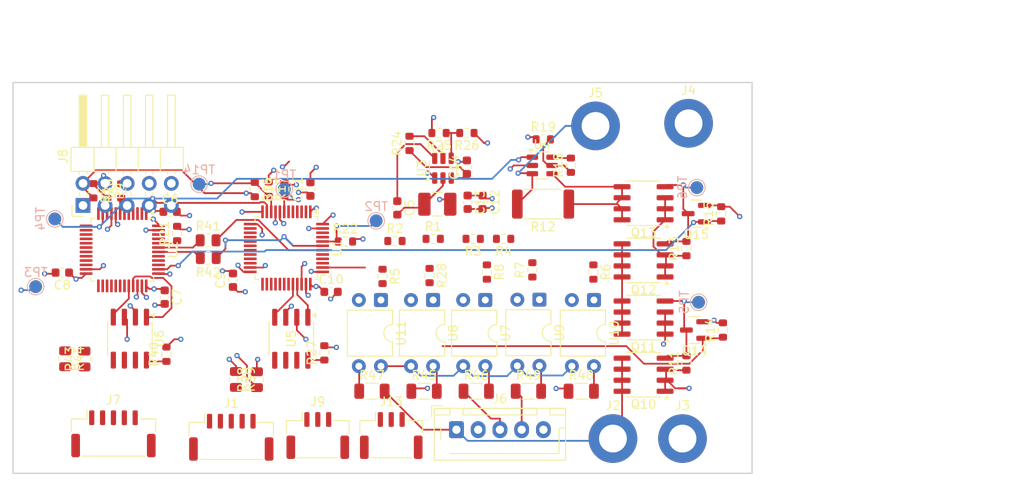
<source format=kicad_pcb>
(kicad_pcb (version 20241229) (generator "pcbnew") (generator_version "9.0")
  (layers (0 "F.Cu" signal) (4 "In1.Cu" signal) (6 "In2.Cu" signal) (2 "B.Cu" signal) (13 "F.Paste" user) (15 "B.Paste" user) (5 "F.SilkS" user "F.Silkscreen") (7 "B.SilkS" user "B.Silkscreen") (1 "F.Mask" user) (3 "B.Mask" user) (25 "Edge.Cuts" user))
  (net 0 "")
  (net 1 "GND")
  (net 2 "Net-(J2-Pin_1)")
  (net 3 "Net-(J6-Pin_4)")
  (net 4 "Net-(R10-Pad2)")
  (net 5 "Net-(R48-Pad2)")
  (net 6 "/A_CAN_H")
  (net 7 "/B_CAN_H")
  (net 8 "Net-(R5-Pad2)")
  (net 9 "Net-(J6-Pin_3)")
  (net 10 "/A_PM_4")
  (net 11 "Net-(R6-Pad2)")
  (net 12 "/A_PM_0")
  (net 13 "/A_PM_1")
  (net 14 "Net-(R7-Pad2)")
  (net 15 "/A_PM_2")
  (net 16 "Net-(R8-Pad2)")
  (net 17 "Net-(J1-Pin_5)")
  (net 18 "Net-(J7-Pin_5)")
  (net 19 "+3.3V")
  (net 20 "Net-(U3-CB)")
  (net 21 "Net-(U3-SW)")
  (net 22 "Net-(Q10-G)")
  (net 23 "Net-(Q10-S-Pad1)")
  (net 24 "Net-(Q11-D-Pad5)")
  (net 25 "Net-(Q12-S-Pad1)")
  (net 26 "Net-(Q12-G)")
  (net 27 "+24V")
  (net 28 "Net-(Q14-G)")
  (net 29 "Net-(Q15-G)")
  (net 30 "Net-(J5-Pin_1)")
  (net 31 "Net-(U1-BOOT0)")
  (net 32 "Net-(J1-Pin_6)")
  (net 33 "/A_CAN_L")
  (net 36 "Net-(J7-Pin_6)")
  (net 39 "Net-(U1-NRST)")
  (net 43 "/A_OW")
  (net 46 "Net-(U4--)")
  (net 51 "Net-(U2-PA0)")
  (net 55 "/A_SWCLK")
  (net 56 "Net-(U1-PA0)")
  (net 58 "Net-(U3-EN)")
  (net 59 "/A_SWDIO")
  (net 60 "Net-(U3-FB)")
  (net 63 "/B_NRST")
  (net 64 "/B_SWDIO")
  (net 66 "/B_CAN_L")
  (net 67 "Net-(U5-Rs)")
  (net 69 "/A_CAN_TX")
  (net 70 "/B_SWCLK")
  (net 71 "Net-(U1-PA1)")
  (net 72 "/A_CAN_RX")
  (net 76 "/B_OW")
  (net 82 "/A_CLD_RX")
  (net 87 "/A_CLD_TX")
  (net 93 "Net-(U2-BOOT0)")
  (net 94 "Net-(U6-Rs)")
  (net 97 "Net-(U4-REF)")
  (net 98 "/A_PM_3")
  (net 99 "/B_RX")
  (net 101 "/A_TX")
  (net 103 "/B_TX")
  (net 104 "/A_RX")
  (net 105 "/B_CLD_RX")
  (net 106 "/B_CLD_TX")
  (net 107 "Net-(J6-Pin_2)")
  (net 108 "/B_CAN_TX")
  (net 109 "/B_CAN_RX")
  (net 110 "Net-(R45-Pad2)")
  (net 111 "Net-(R46-Pad2)")
  (net 112 "Net-(R47-Pad1)")
  (net 113 "Net-(R49-Pad2)")
  (net 114 "Net-(R28-Pad2)")
  (net 115 "/B_PM_2")
  (net 116 "/B_PM_1")
  (net 117 "/B_PM_3")
  (net 118 "/B_PM_0")
  (net 119 "/B_PM_4")
  (net 120 "Net-(U1-PA4)")
  (net 121 "Net-(U2-PA4)")
  (footprint "Capacitor_SMD:C_0603_1608Metric" (layer "F.Cu") (at 121.5788 64.105)
    (property "Reference" "C10")
    (property "Value" "100nF / 50V")
  )
  (footprint "Resistor_SMD:R_0603_1608Metric" (layer "F.Cu") (at 166.65 68.5 90)
    (property "Reference" "R14")
    (property "Value" "100k")
  )
  (footprint "Connector_JST:JST_XH_B5B-XH-AM_1x05_P2.50mm_Vertical" (layer "F.Cu") (at 136 79.975)
    (property "Reference" "J6")
    (property "Value" "Conn_01x05")
  )
  (footprint "Capacitor_SMD:C_0603_1608Metric" (layer "F.Cu") (at 137.29 53.7875 -90)
    (property "Reference" "C13")
    (property "Value" "10uF / 25V")
  )
  (footprint "MountingHole:MountingHole_3.2mm_M3_DIN965_Pad" (layer "F.Cu") (at 162.7 44.7)
    (property "Reference" "J4")
    (property "Value" "Conn_01x01_Pin")
  )
  (footprint "Resistor_SMD:R_0603_1608Metric" (layer "F.Cu") (at 137.2 45.8125 180)
    (property "Reference" "R26")
    (property "Value" "100k")
  )
  (footprint "Resistor_SMD:R_0603_1608Metric" (layer "F.Cu") (at 97.4413 52.4875 90)
    (property "Reference" "R20")
    (property "Value" "10k")
  )
  (footprint "Resistor_SMD:R_1206_3216Metric" (layer "F.Cu") (at 126.2775 75.545)
    (property "Reference" "R47")
    (property "Value" "100")
  )
  (footprint "Resistor_SMD:R_0805_2012Metric" (layer "F.Cu") (at 113.0438 74.2175 90)
    (property "Reference" "R38")
    (property "Value" "1k")
  )
  (footprint "Resistor_SMD:R_0603_1608Metric" (layer "F.Cu") (at 130.6 47.0125 90)
    (property "Reference" "R24")
    (property "Value" "100k")
  )
  (footprint "Connector_JST:JST_GH_SM05B-GHS-TB_1x05-1MP_P1.25mm_Horizontal" (layer "F.Cu") (at 110.1 80.85)
    (property "Reference" "J1")
    (property "Value" "Conn_01x06_Pin")
  )
  (footprint "Package_DIP:DIP-4_W7.62mm" (layer "F.Cu") (at 133.315 65.045 -90)
    (property "Reference" "U8")
    (property "Value" "TLP222A")
  )
  (footprint "Resistor_SMD:R_0603_1608Metric" (layer "F.Cu") (at 162.45 59.125 90)
    (property "Reference" "R13")
    (property "Value" "100k")
  )
  (footprint "Resistor_SMD:R_0603_1608Metric" (layer "F.Cu") (at 127.5 62.325 -90)
    (property "Reference" "R5")
    (property "Value" "220")
  )
  (footprint "Resistor_SMD:R_0603_1608Metric" (layer "F.Cu") (at 102.6413 71.2875 90)
    (property "Reference" "R40")
    (property "Value" "100k")
  )
  (footprint "Resistor_SMD:R_0603_1608Metric" (layer "F.Cu") (at 120.8038 71.13 90)
    (property "Reference" "R27")
    (property "Value" "100k")
  )
  (footprint "Package_SO:SOIC-8_3.9x4.9mm_P1.27mm" (layer "F.Cu") (at 157.525 67.065 180)
    (property "Reference" "Q11")
    (property "Value" "IRF7404")
  )
  (footprint "Connector_JST:JST_GH_SM05B-GHS-TB_1x05-1MP_P1.25mm_Horizontal" (layer "F.Cu") (at 96.55 80.45)
    (property "Reference" "J7")
    (property "Value" "Conn_01x06_Pin")
  )
  (footprint "Connector_PinHeader_2.54mm:PinHeader_2x05_P2.54mm_Horizontal" (layer "F.Cu") (at 93.04688 54.1575 90)
    (property "Reference" "J8")
    (property "Value" "Conn_02x05_Odd_Even")
  )
  (footprint "Resistor_SMD:R_0603_1608Metric" (layer "F.Cu") (at 95.8413 52.5125 -90)
    (property "Reference" "R9")
    (property "Value" "10k")
  )
  (footprint "Resistor_SMD:R_0603_1608Metric" (layer "F.Cu") (at 123.2288 58.305)
    (property "Reference" "R22")
    (property "Value" "10k")
  )
  (footprint "Capacitor_SMD:C_0603_1608Metric" (layer "F.Cu") (at 110.2938 62.765 90)
    (property "Reference" "C9")
    (property "Value" "100nF / 50V")
  )
  (footprint "Connector_JST:JST_GH_SM03B-GHS-TB_1x03-1MP_P1.25mm_Horizontal" (layer "F.Cu") (at 120.05 80.65)
    (property "Reference" "J9")
    (property "Value" "Conn_01x03")
  )
  (footprint "Package_QFP:LQFP-48_7x7mm_P0.5mm" (layer "F.Cu") (at 116.4413 59.055 -90)
    (property "Reference" "U1")
    (property "Value" "STM32F072C_8-B_Tx")
  )
  (footprint "Package_DIP:DIP-4_W7.62mm" (layer "F.Cu") (at 145.54 65 -90)
    (property "Reference" "U9")
    (property "Value" "TLP222A")
  )
  (footprint "Capacitor_SMD:C_0603_1608Metric" (layer "F.Cu") (at 139 53.7875 -90)
    (property "Reference" "C12")
    (property "Value" "10uF / 25V")
  )
  (footprint "Resistor_SMD:R_0603_1608Metric" (layer "F.Cu") (at 139.5 61.825 -90)
    (property "Reference" "R8")
    (property "Value" "220")
  )
  (footprint "Resistor_SMD:R_0603_1608Metric" (layer "F.Cu") (at 144.73 61.575 90)
    (property "Reference" "R7")
    (property "Value" "220")
  )
  (footprint "Resistor_SMD:R_2512_6332Metric" (layer "F.Cu") (at 145.9625 54 180)
    (property "Reference" "R12")
    (property "Value" "1m")
  )
  (footprint "Resistor_SMD:R_0603_1608Metric" (layer "F.Cu") (at 94.2413 52.4625 -90)
    (property "Reference" "R10")
    (property "Value" "51k")
  )
  (footprint "Resistor_SMD:R_0603_1608Metric" (layer "F.Cu") (at 133.325 58)
    (property "Reference" "R1")
    (property "Value" "51k")
  )
  (footprint "Resistor_SMD:R_0603_1608Metric" (layer "F.Cu") (at 162.45 72.3 90)
    (property "Reference" "R11")
    (property "Value" "100k")
  )
  (footprint "Resistor_SMD:R_0603_1608Metric" (layer "F.Cu") (at 151.75 61.825 -90)
    (property "Reference" "R6")
    (property "Value" "220")
  )
  (footprint "Resistor_SMD:R_1206_3216Metric" (layer "F.Cu") (at 138.2775 75.545)
    (property "Reference" "R46")
    (property "Value" "100")
  )
  (footprint "Package_DIP:DIP-4_W7.62mm" (layer "F.Cu") (at 151.815 65.045 -90)
    (property "Reference" "U10")
    (property "Value" "TLP222A")
  )
  (footprint "Capacitor_SMD:C_0603_1608Metric" (layer "F.Cu") (at 90.6663 61.8875 180)
    (property "Reference" "C8")
    (property "Value" "100nF / 50V")
  )
  (footprint "Capacitor_SMD:C_0603_1608Metric" (layer "F.Cu") (at 129.2 54.4375 -90)
    (property "Reference" "C5")
    (property "Value" "100nF / 50V")
  )
  (footprint "Package_TO_SOT_SMD:SOT-23-6" (layer "F.Cu") (at 134.45 49.8625 90)
    (property "Reference" "U3")
    (property "Value" "LMR51430")
  )
  (footprint "Capacitor_SMD:C_0603_1608Metric" (layer "F.Cu") (at 103.0663 54.8875)
    (property "Reference" "C6")
    (property "Value" "100nF / 50V")
  )
  (footprint "Resistor_SMD:R_0805_2012Metric" (layer "F.Cu") (at 93.2038 71.8375 90)
    (property "Reference" "R43")
    (property "Value" "1k")
  )
  (footprint "Resistor_SMD:R_0805_2012Metric" (layer "F.Cu") (at 107.4338 58.175)
    (property "Reference" "R41")
    (property "Value" "1k")
  )
  (footprint "MountingHole:MountingHole_3.2mm_M3_DIN965_Pad" (layer "F.Cu") (at 162 81)
    (property "Reference" "J3")
    (property "Value" "Conn_01x01_Pin")
  )
  (footprint "Resistor_SMD:R_0603_1608Metric" (layer "F.Cu") (at 116.2038 52.28 90)
    (property "Reference" "R23")
    (property "Value" "10k")
  )
  (footprint "Resistor_SMD:R_0603_1608Metric" (layer "F.Cu") (at 141.425 58 180)
    (property "Reference" "R4")
    (property "Value" "10k")
  )
  (footprint "Resistor_SMD:R_0603_1608Metric" (layer "F.Cu") (at 103.8738 57.385 90)
    (property "Reference" "R21")
    (property "Value" "10k")
  )
  (footprint "Package_QFP:LQFP-48_7x7mm_P0.5mm" (layer "F.Cu") (at 97.5663 59.255 -90)
    (property "Reference" "U2")
    (property "Value" "STM32F072C_8-B_Tx")
  )
  (footprint "Package_DIP:DIP-4_W7.62mm" (layer "F.Cu") (at 127.315 65.045 -90)
    (property "Reference" "U11")
    (property "Value" "TLP222A")
  )
  (footprint "Resistor_SMD:R_0603_1608Metric" (layer "F.Cu") (at 145.9875 46.55)
    (property "Reference" "R19")
    (property "Value" "10k")
  )
  (footprint "Package_SO:SOIC-8_3.9x4.9mm_P1.27mm" (layer "F.Cu") (at 117.0038 69.505 -90)
    (property "Reference" "U5")
    (property "Value" "SN65HVD230")
  )
  (footprint "Resistor_SMD:R_0603_1608Metric" (layer "F.Cu") (at 132.91 62.23 -90)
    (property "Reference" "R28")
    (property "Value" "220")
  )
  (footprint "Package_SO:SOIC-8_3.9x4.9mm_P1.27mm" (layer "F.Cu") (at 157.525 60.485 180)
    (property "Reference" "Q12")
    (property "Value" "IRF7404")
  )
  (footprint "MountingHole:MountingHole_3.2mm_M3_DIN965_Pad" (layer "F.Cu") (at 154 81)
    (property "Reference" "J2")
    (property "Value" "Conn_01x01_Pin")
  )
  (footprint "Package_DIP:DIP-4_W7.62mm" (layer "F.Cu") (at 139.315 65.045 -90)
    (property "Reference" "U7")
    (property "Value" "TLP222A")
  )
  (footprint "Capacitor_SMD:C_0603_1608Metric" (layer "F.Cu") (at 102.4413 64.7125 -90)
    (property "Reference" "C7")
    (property "Value" "100nF / 50V")
  )
  (footprint "Resistor_SMD:R_0603_1608Metric" (layer "F.Cu") (at 149.1625 49.525 90)
    (property "Reference" "R18")
    (property "Value" "10k")
  )
  (footprint "Resistor_SMD:R_0603_1608Metric" (layer "F.Cu") (at 166.45 55.125 90)
    (property "Reference" "R15")
    (property "Value" "100k")
  )
  (footprint "Package_SO:SOIC-8_3.9x4.9mm_P1.27mm" (layer "F.Cu") (at 98.4413 69.4875 -90)
    (property "Reference" "U6")
    (property "Value" "SN65HVD230")
  )
  (footprint "MountingHole:MountingHole_3.2mm_M3_DIN965_Pad" (layer "F.Cu") (at 152 45)
    (property "Reference" "J5")
    (property "Value" "Conn_01x01_Pin")
  )
  (footprint "Resistor_SMD:R_0603_1608Metric" (layer "F.Cu") (at 128.925 58.25)
    (property "Reference" "R2")
    (property "Value" "10k")
  )
  (footprint "Resistor_SMD:R_0603_1608Metric" (layer "F.Cu") (at 114.4038 52.28 -90)
    (property "Reference" "R17")
    (property "Value" "10k")
  )
  (footprint "Package_TO_SOT_SMD:SOT-23" (layer "F.Cu") (at 163.3875 68.5 180)
    (property "Reference" "Q14")
    (property "Value" "2N7002")
  )
  (footprint "Resistor_SMD:R_0603_1608Metric" (layer "F.Cu") (at 137.925 58 180)
    (property "Reference" "R3")
    (property "Value" "51k")
  )
  (footprint "Resistor_SMD:R_0805_2012Metric" (layer "F.Cu") (at 110.6438 74.1925 -90)
    (property "Reference" "R39")
    (property "Value" "1k")
  )
  (footprint "Resistor_SMD:R_0805_2012Metric" (layer "F.Cu") (at 107.4538 60.205 180)
    (property "Reference" "R42")
    (property "Value" "1k")
  )
  (footprint "Resistor_SMD:R_1206_3216Metric" (layer "F.Cu") (at 144.2775 75.545)
    (property "Reference" "R49")
    (property "Value" "100")
  )
  (footprint "Capacitor_SMD:C_0603_1608Metric" (layer "F.Cu") (at 119.2038 52.28 90)
    (property "Reference" "C11")
    (property "Value" "100nF / 50V")
  )
  (footprint "Resistor_SMD:R_0603_1608Metric" (layer "F.Cu") (at 112.8038 52.33 -90)
    (property "Reference" "R16")
    (property "Value" "51k")
  )
  (footprint "Package_TO_SOT_SMD:SOT-23" (layer "F.Cu") (at 163.5875 55.1 180)
    (property "Reference" "Q15")
    (property "Value" "2N7002")
  )
  (footprint "Resistor_SMD:R_1206_3216Metric" (layer "F.Cu") (at 132.2775 75.545)
    (property "Reference" "R45")
    (property "Value" "100")
  )
  (footprint "Package_SO:SOIC-8_3.9x4.9mm_P1.27mm" (layer "F.Cu") (at 157.525 73.645 180)
    (property "Reference" "Q10")
    (property "Value" "IRF7404")
  )
  (footprint "Package_SO:SOIC-8_3.9x4.9mm_P1.27mm" (layer "F.Cu") (at 157.525 53.905 180)
    (property "Reference" "Q13")
    (property "Value" "IRF7404")
  )
  (footprint "Inductor_SMD:L_1210_3225Metric_Pad1.42x2.65mm_HandSolder" (layer "F.Cu") (at 133.8 54.0125)
    (property "Reference" "L1")
    (property "Value" "2u2H")
  )
  (footprint "Capacitor_SMD:C_0603_1608Metric" (layer "F.Cu") (at 137.2 49.75 90)
    (property "Reference" "C14")
    (property "Value" "2.2uF / 50V")
  )
  (footprint "Package_TO_SOT_SMD:SOT-23-6" (layer "F.Cu") (at 145.8625 49.55)
    (property "Reference" "U4")
    (property "Value" "INA181-A3")
  )
  (footprint "Resistor_SMD:R_1206_3216Metric" (layer "F.Cu") (at 150.3525 75.545)
    (property "Reference" "R48")
    (property "Value" "100")
  )
  (footprint "Resistor_SMD:R_0603_1608Metric" (layer "F.Cu") (at 134 45.8125 180)
    (property "Reference" "R25")
    (property "Value" "22k1")
  )
  (footprint "Connector_JST:JST_GH_SM03B-GHS-TB_1x03-1MP_P1.25mm_Horizontal" (layer "F.Cu") (at 128.5 80.65)
    (property "Reference" "J13")
    (property "Value" "Conn_01x03")
  )
  (footprint "Resistor_SMD:R_0805_2012Metric" (layer "F.Cu") (at 91.0038 71.8125 -90)
    (property "Reference" "R44")
    (property "Value" "1k")
  )
  (footprint "TestPoint:TestPoint_Pad_D1.5mm" (layer "B.Cu") (at 163.65 52.1 -90)
    (property "Reference" "TP6")
    (property "Value" "TestPoint")
  )
  (footprint "TestPoint:TestPoint_Pad_D1.5mm" (layer "B.Cu") (at 106.4038 51.705 180)
    (property "Reference" "TP14")
    (property "Value" "TestPoint")
  )
  (footprint "TestPoint:TestPoint_Pad_D1.5mm" (layer "B.Cu") (at 89.8038 55.705 -90)
    (property "Reference" "TP4")
    (property "Value" "TestPoint")
  )
  (footprint "TestPoint:TestPoint_Pad_D1.5mm" (layer "B.Cu") (at 163.85 65.3 -90)
    (property "Reference" "TP5")
    (property "Value" "TestPoint")
  )
  (footprint "TestPoint:TestPoint_Pad_D1.5mm" (layer "B.Cu") (at 126.7663 55.9225 180)
    (property "Reference" "TP2")
    (property "Value" "TestPoint")
  )
  (footprint "TestPoint:TestPoint_Pad_D1.5mm" (layer "B.Cu") (at 116.2038 52.28 180)
    (property "Reference" "TP1")
    (property "Value" "TestPoint")
  )
  (footprint "TestPoint:TestPoint_Pad_D1.5mm" (layer "B.Cu") (at 87.6038 63.505 180)
    (property "Reference" "TP3")
    (property "Value" "TestPoint")
  )
  (gr_line (start 170 85) (end 85 85) (stroke (width 0.16)) (layer "Edge.Cuts"))
  (gr_line (start 170 40) (end 170 85) (stroke (width 0.16)) (layer "Edge.Cuts"))
  (gr_line (start 85 40) (end 170 40) (stroke (width 0.16)) (layer "Edge.Cuts"))
  (gr_line (start 85 85) (end 85 40) (stroke (width 0.16)) (layer "Edge.Cuts"))
  (segment (start 115.6913 55.7948) (end 116.1371 56.2406) (width 0.2) (layer "F.Cu") (net 1))
  (segment (start 100.2905 57.0026) (end 101.7264 57.0026) (width 0.2) (layer "F.Cu") (net 1))
  (segment (start 89.7568 62.022) (end 89.8913 61.8875) (width 0.2) (layer "F.Cu") (net 1))
  (segment (start 99.0763 66.3159) (end 99.0763 67.0125) (width 0.2) (layer "F.Cu") (net 1))
  (segment (start 115.99 49.7146) (end 116.1383 49.7146) (width 0.2) (layer "F.Cu") (net 1))
  (segment (start 95.4096 50.7135) (end 95.4636 50.7675) (width 0.2) (layer "F.Cu") (net 1))
  (segment (start 114.4038 50.6837) (end 114.4038 51.455) (width 0.2) (layer "F.Cu") (net 1))
  (segment (start 147.4623 75.2285) (end 148.5735 75.2285) (width 0.2) (layer "F.Cu") (net 1))
  (segment (start 117.6388 68.5143) (end 117.6388 67.03) (width 0.2) (layer "F.Cu") (net 1))
  (segment (start 125.2433 58.023) (end 124.3358 58.023) (width 0.2) (layer "F.Cu") (net 1))
  (segment (start 104.2916 69.5625) (end 103.5413 69.5625) (width 0.2) (layer "F.Cu") (net 1))
  (segment (start 118.6913 63.2175) (end 118.6913 64.2436) (width 0.2) (layer "F.Cu") (net 1))
  (segment (start 166.65 67.675) (end 165.9204 67.675) (width 0.2) (layer "F.Cu") (net 1))
  (segment (start 95.8413 51.1452) (end 95.8413 51.6875) (width 0.2) (layer "F.Cu") (net 1))
  (segment (start 133.175 44.2328) (end 133.175 45.8125) (width 0.2) (layer "F.Cu") (net 1))
  (segment (start 95.4096 50.7135) (end 95.8413 51.1452) (width 0.2) (layer "F.Cu") (net 1))
  (segment (start 167.4395 54.3) (end 166.45 54.3) (width 0.2) (layer "F.Cu") (net 1))
  (segment (start 104.2754 55.3216) (end 103.8413 54.8875) (width 0.2) (layer "F.Cu") (net 1))
  (segment (start 118.687 69.5625) (end 117.6388 68.5143) (width 0.2) (layer "F.Cu") (net 1))
  (segment (start 96.8163 56.1222) (end 96.8163 55.0925) (width 0.2) (layer "F.Cu") (net 1))
  (segment (start 144.2109 46.2879) (end 144.9004 46.2879) (width 0.2) (layer "F.Cu") (net 1))
  (segment (start 115.99 49.7146) (end 116.1383 49.7146) (width 0.2) (layer "F.Cu") (net 1))
  (segment (start 95.4636 50.7675) (end 95.4096 50.7135) (width 0.2) (layer "F.Cu") (net 1))
  (segment (start 136.2124 49.1254) (end 137.0496 49.1254) (width 0.2) (layer "F.Cu") (net 1))
  (segment (start 168.577 55.4375) (end 167.4395 54.3) (width 0.2) (layer "F.Cu") (net 1))
  (segment (start 119.0155 56.8033) (end 120.6021 56.8033) (width 0.2) (layer "F.Cu") (net 1))
  (segment (start 132.9294 50.4294) (end 133.5 51) (width 0.2) (layer "F.Cu") (net 1))
  (segment (start 115.6913 54.8925) (end 115.6913 55.7948) (width 0.2) (layer "F.Cu") (net 1))
  (segment (start 100.3409 64.7401) (end 99.8163 64.2155) (width 0.2) (layer "F.Cu") (net 1))
  (segment (start 121.5292 64.9033) (end 121.5555 64.9033) (width 0.2) (layer "F.Cu") (net 1))
  (segment (start 114.985 50.1025) (end 114.4038 50.6837) (width 0.2) (layer "F.Cu") (net 1))
  (segment (start 142.191 49.95) (end 142.591 49.55) (width 0.2) (layer "F.Cu") (net 1))
  (segment (start 102.2971 65.6317) (end 102.4413 65.4875) (width 0.2) (layer "F.Cu") (net 1))
  (segment (start 140.099 54.453) (end 139.1095 54.453) (width 0.2) (layer "F.Cu") (net 1))
  (segment (start 99.8163 64.2155) (end 99.8163 63.4175) (width 0.2) (layer "F.Cu") (net 1))
  (segment (start 165.6187 67.3733) (end 164.5017 67.3733) (width 0.2) (layer "F.Cu") (net 1))
  (segment (start 164.525 54.15) (end 166.3 54.15) (width 0.2) (layer "F.Cu") (net 1))
  (segment (start 114.985 50.1025) (end 114.6218 50.4657) (width 0.2) (layer "F.Cu") (net 1))
  (segment (start 94.9793 61.505) (end 93.4038 61.505) (width 0.2) (layer "F.Cu") (net 1))
  (segment (start 109.0885 61.703) (end 110.0068 61.703) (width 0.2) (layer "F.Cu") (net 1))
  (segment (start 124.3358 58.023) (end 124.0538 58.305) (width 0.2) (layer "F.Cu") (net 1))
  (segment (start 97.0342 56.3401) (end 96.8163 56.1222) (width 0.2) (layer "F.Cu") (net 1))
  (segment (start 95.3968 61.0875) (end 94.9793 61.505) (width 0.2) (layer "F.Cu") (net 1))
  (segment (start 120.9972 70.4984) (end 120.8038 70.305) (width 0.2) (layer "F.Cu") (net 1))
  (segment (start 148.5735 75.2285) (end 148.89 75.545) (width 0.2) (layer "F.Cu") (net 1))
  (segment (start 166.3 54.15) (end 166.45 54.3) (width 0.2) (layer "F.Cu") (net 1))
  (segment (start 103.5413 69.5625) (end 102.6413 70.4625) (width 0.2) (layer "F.Cu") (net 1))
  (segment (start 133.377 44.0308) (end 133.175 44.2328) (width 0.2) (layer "F.Cu") (net 1))
  (segment (start 139 54.5625) (end 137.29 54.5625) (width 0.2) (layer "F.Cu") (net 1))
  (segment (start 165.9204 67.675) (end 165.6187 67.3733) (width 0.2) (layer "F.Cu") (net 1))
  (segment (start 98.4744 65.714) (end 99.0763 66.3159) (width 0.2) (layer "F.Cu") (net 1))
  (segment (start 120.6021 56.8033) (end 120.6038 56.805) (width 0.2) (layer "F.Cu") (net 1))
  (segment (start 116.1383 49.7146) (end 116.7528 49.1001) (width 0.2) (layer "F.Cu") (net 1))
  (segment (start 101.3062 65.6317) (end 102.2971 65.6317) (width 0.2) (layer "F.Cu") (net 1))
  (segment (start 110.0068 61.703) (end 110.2938 61.99) (width 0.2) (layer "F.Cu") (net 1))
  (segment (start 118.6913 64.2436) (end 118.9459 64.4982) (width 0.2) (layer "F.Cu") (net 1))
  (segment (start 119.2038 50.4286) (end 119.2038 51.505) (width 0.2) (layer "F.Cu") (net 1))
  (segment (start 139.1095 54.453) (end 139 54.5625) (width 0.2) (layer "F.Cu") (net 1))
  (segment (start 144.9004 46.2879) (end 145.1625 46.55) (width 0.2) (layer "F.Cu") (net 1))
  (segment (start 164.5017 67.3733) (end 164.325 67.55) (width 0.2) (layer "F.Cu") (net 1))
  (segment (start 113.7865 61.305) (end 112.2788 61.305) (width 0.2) (layer "F.Cu") (net 1))
  (segment (start 116.1383 49.7146) (end 115.99 49.7146) (width 0.2) (layer "F.Cu") (net 1))
  (segment (start 137.0496 49.1254) (end 137.2 48.975) (width 0.2) (layer "F.Cu") (net 1))
  (segment (start 105.2975 55.3216) (end 104.2754 55.3216) (width 0.2) (layer "F.Cu") (net 1))
  (segment (start 101.7264 57.0026) (end 101.7288 57.005) (width 0.2) (layer "F.Cu") (net 1))
  (segment (start 122.1868 70.4984) (end 120.9972 70.4984) (width 0.2) (layer "F.Cu") (net 1))
  (segment (start 119.8682 49.7642) (end 119.2038 50.4286) (width 0.2) (layer "F.Cu") (net 1))
  (segment (start 142.591 49.55) (end 144.725 49.55) (width 0.2) (layer "F.Cu") (net 1))
  (segment (start 114.0142 61.0773) (end 113.7865 61.305) (width 0.2) (layer "F.Cu") (net 1))
  (segment (start 88.6392 62.022) (end 89.7568 62.022) (width 0.2) (layer "F.Cu") (net 1))
  (segment (start 114.6218 50.4657) (end 114.985 50.1025) (width 0.2) (layer "F.Cu") (net 1))
  (segment (start 121.5555 64.9033) (end 122.3538 64.105) (width 0.2) (layer "F.Cu") (net 1))
  (segment (start 105.2531 56.9182) (end 104.232 56.9182) (width 0.2) (layer "F.Cu") (net 1))
  (segment (start 104.232 56.9182) (end 103.8738 56.56) (width 0.2) (layer "F.Cu") (net 1))
  (segment (start 132.6875 50.4294) (end 132.9294 50.4294) (width 0.2) (layer "F.Cu") (net 1))
  (via (at 119.0155 56.8033) (size 0.6) (drill 0.3) (layers "F.Cu" "B.Cu") (net 1))
  (via (at 121.5292 64.9033) (size 0.6) (drill 0.3) (layers "F.Cu" "B.Cu") (net 1))
  (via (at 95.3968 61.0875) (size 0.6) (drill 0.3) (layers "F.Cu" "B.Cu") (net 1))
  (via (at 97.0342 56.3401) (size 0.6) (drill 0.3) (layers "F.Cu" "B.Cu") (net 1))
  (via (at 142.191 49.95) (size 0.6) (drill 0.3) (layers "F.Cu" "B.Cu") (net 1))
  (via (at 168.577 55.4375) (size 0.6) (drill 0.3) (layers "F.Cu" "B.Cu") (net 1))
  (via (at 88.6392 62.022) (size 0.6) (drill 0.3) (layers "F.Cu" "B.Cu") (net 1))
  (via (at 100.3409 64.7401) (size 0.6) (drill 0.3) (layers "F.Cu" "B.Cu") (net 1))
  (via (at 104.2916 69.5625) (size 0.6) (drill 0.3) (layers "F.Cu" "B.Cu") (net 1))
  (via (at 136.2124 49.1254) (size 0.6) (drill 0.3) (layers "F.Cu" "B.Cu") (net 1))
  (via (at 114.985 50.1025) (size 0.6) (drill 0.3) (layers "F.Cu" "B.Cu") (net 1))
  (via (at 165.6187 67.3733) (size 0.6) (drill 0.3) (layers "F.Cu" "B.Cu") (net 1))
  (via (at 95.4096 50.7135) (size 0.6) (drill 0.3) (layers "F.Cu" "B.Cu") (net 1))
  (via (at 133.377 44.0308) (size 0.6) (drill 0.3) (layers "F.Cu" "B.Cu") (net 1))
  (via (at 101.3062 65.6317) (size 0.6) (drill 0.3) (layers "F.Cu" "B.Cu") (net 1))
  (via (at 122.1868 70.4984) (size 0.6) (drill 0.3) (layers "F.Cu" "B.Cu") (net 1))
  (via (at 105.2531 56.9182) (size 0.6) (drill 0.3) (layers "F.Cu" "B.Cu") (net 1))
  (via (at 118.9459 64.4982) (size 0.6) (drill 0.3) (layers "F.Cu" "B.Cu") (net 1))
  (via (at 119.8682 49.7642) (size 0.6) (drill 0.3) (layers "F.Cu" "B.Cu") (net 1))
  (via (at 109.0885 61.703) (size 0.6) (drill 0.3) (layers "F.Cu" "B.Cu") (net 1))
  (via (at 105.2975 55.3216) (size 0.6) (drill 0.3) (layers "F.Cu" "B.Cu") (net 1))
  (via (at 147.4623 75.2285) (size 0.6) (drill 0.3) (layers "F.Cu" "B.Cu") (net 1))
  (via (at 118.687 69.5625) (size 0.6) (drill 0.3) (layers "F.Cu" "B.Cu") (net 1))
  (via (at 115.99 49.7146) (size 0.6) (drill 0.3) (layers "F.Cu" "B.Cu") (net 1))
  (via (at 100.2905 57.0026) (size 0.6) (drill 0.3) (layers "F.Cu" "B.Cu") (net 1))
  (via (at 98.4744 65.714) (size 0.6) (drill 0.3) (layers "F.Cu" "B.Cu") (net 1))
  (via (at 114.0142 61.0773) (size 0.6) (drill 0.3) (layers "F.Cu" "B.Cu") (net 1))
  (via (at 116.1371 56.2406) (size 0.6) (drill 0.3) (layers "F.Cu" "B.Cu") (net 1))
  (via (at 140.099 54.453) (size 0.6) (drill 0.3) (layers "F.Cu" "B.Cu") (net 1))
  (via (at 144.2109 46.2879) (size 0.6) (drill 0.3) (layers "F.Cu" "B.Cu") (net 1))
  (via (at 132.6875 50.4294) (size 0.6) (drill 0.3) (layers "F.Cu" "B.Cu") (net 1))
  (via (at 125.2433 58.023) (size 0.6) (drill 0.3) (layers "F.Cu" "B.Cu") (net 1))
  (segment (start 155.05 71.74) (end 155.05 73.01) (width 0.2) (layer "F.Cu") (net 2))
  (segment (start 155.05 74.28) (end 155.05 75.55) (width 0.2) (layer "F.Cu") (net 2))
  (segment (start 155.05 75.55) (end 155.05 79.95) (width 0.2) (layer "F.Cu") (net 2))
  (segment (start 127.74 75.545) (end 132.17 79.975) (width 0.2) (layer "F.Cu") (net 2))
  (segment (start 155.05 73.01) (end 155.05 74.28) (width 0.2) (layer "F.Cu") (net 2))
  (segment (start 132.17 79.975) (end 136 79.975) (width 0.2) (layer "F.Cu") (net 2))
  (segment (start 155.05 79.95) (end 154 81) (width 0.2) (layer "F.Cu") (net 2))
  (segment (start 153.7436 81.2564) (end 154 81) (width 0.2) (layer "B.Cu") (net 2))
  (segment (start 137.2814 81.2564) (end 153.7436 81.2564) (width 0.2) (layer "B.Cu") (net 2))
  (segment (start 136 79.975) (end 137.2814 81.2564) (width 0.2) (layer "B.Cu") (net 2))
  (segment (start 143.5 76.23) (end 143.5 79.975) (width 0.2) (layer "F.Cu") (net 3))
  (segment (start 142.815 75.545) (end 143.5 76.23) (width 0.2) (layer "F.Cu") (net 3))
  (segment (start 111.8253 52.7409) (end 112.3897 52.7409) (width 0.2) (layer "F.Cu") (net 4))
  (segment (start 107.0245 52.7408) (end 111.8253 52.7408) (width 0.2) (layer "F.Cu") (net 4))
  (segment (start 94.2413 53.2875) (end 93.4169 52.4631) (width 0.2) (layer "F.Cu") (net 4))
  (segment (start 111.8253 52.7408) (end 111.8253 52.7409) (width 0.2) (layer "F.Cu") (net 4))
  (segment (start 93.4169 52.4631) (end 93.4169 51.2126) (width 0.2) (layer "F.Cu") (net 4))
  (segment (start 130.775 72.665) (end 127.315 72.665) (width 0.2) (layer "F.Cu") (net 4))
  (segment (start 104.3906 50.1069) (end 107.0245 52.7408) (width 0.2) (layer "F.Cu") (net 4))
  (segment (start 93.4169 51.2126) (end 94.5226 50.1069) (width 0.2) (layer "F.Cu") (net 4))
  (segment (start 112.3897 52.7409) (end 112.8038 53.155) (width 0.2) (layer "F.Cu") (net 4))
  (segment (start 94.5226 50.1069) (end 104.3906 50.1069) (width 0.2) (layer "F.Cu") (net 4))
  (via (at 111.8253 52.7409) (size 0.6) (drill 0.3) (layers "F.Cu" "B.Cu") (net 4))
  (segment (start 131.8767 73.7667) (end 135.6733 73.7667) (width 0.2) (layer "B.Cu") (net 4))
  (segment (start 141.8129 73.8071) (end 137.9171 73.8071) (width 0.2) (layer "B.Cu") (net 4))
  (segment (start 143 72.62) (end 141.8129 73.8071) (width 0.2) (layer "B.Cu") (net 4))
  (segment (start 135.6733 73.7667) (end 136.775 72.665) (width 0.2) (layer "B.Cu") (net 4))
  (segment (start 144.112 73.732) (end 143 72.62) (width 0.2) (layer "B.Cu") (net 4))
  (segment (start 130.775 72.665) (end 131.8767 73.7667) (width 0.2) (layer "B.Cu") (net 4))
  (segment (start 137.9171 73.8071) (end 136.775 72.665) (width 0.2) (layer "B.Cu") (net 4))
  (segment (start 149.275 72.665) (end 148.208 73.732) (width 0.2) (layer "B.Cu") (net 4))
  (segment (start 148.208 73.732) (end 144.112 73.732) (width 0.2) (layer "B.Cu") (net 4))
  (segment (start 151.815 75.545) (end 151.815 72.665) (width 0.2) (layer "F.Cu") (net 5))
  (segment (start 136.815 75.545) (end 139.9683 78.6983) (width 0.2) (layer "F.Cu") (net 9))
  (segment (start 139.9683 78.6983) (end 141 78.6983) (width 0.2) (layer "F.Cu") (net 9))
  (segment (start 141 79.975) (end 141 78.6983) (width 0.2) (layer "F.Cu") (net 9))
  (segment (start 113.0438 75.13) (end 111.9069 73.9931) (width 0.2) (layer "F.Cu") (net 17))
  (segment (start 111.9069 72.5929) (end 110.7575 71.4435) (width 0.2) (layer "F.Cu") (net 17))
  (segment (start 111.9069 73.9931) (end 111.9069 72.5929) (width 0.2) (layer "F.Cu") (net 17))
  (via (at 110.7575 71.4435) (size 0.6) (drill 0.3) (layers "F.Cu" "B.Cu") (net 17))
  (segment (start 102.2721 63.7683) (end 101.216 63.7683) (width 0.2) (layer "F.Cu") (net 19))
  (segment (start 96.3163 56.4422) (end 96.3163 55.0925) (width 0.2) (layer "F.Cu") (net 19))
  (segment (start 140.099 53.3595) (end 140.005 53.3595) (width 0.2) (layer "F.Cu") (net 19))
  (segment (start 102.4413 63.9375) (end 102.2721 63.7683) (width 0.2) (layer "F.Cu") (net 19))
  (segment (start 149.1625 48.7) (end 147.1 48.7) (width 0.2) (layer "F.Cu") (net 19))
  (segment (start 111.7071 64.095) (end 110.8488 64.095) (width 0.2) (layer "F.Cu") (net 19))
  (segment (start 121.8071 55.2719) (end 121.6369 55.2719) (width 0.2) (layer "F.Cu") (net 19))
  (segment (start 98.121 67.3272) (end 97.8063 67.0125) (width 0.2) (layer "F.Cu") (net 19))
  (segment (start 139.175 46.9625) (end 139.5739 46.9625) (width 0.2) (layer "F.Cu") (net 19))
  (segment (start 117.83 52.6541) (end 117.9212 52.6541) (width 0.2) (layer "F.Cu") (net 19))
  (segment (start 121.6369 55.2719) (end 120.6038 56.305) (width 0.2) (layer "F.Cu") (net 19))
  (segment (start 98.4551 51.7381) (end 97.5169 51.7381) (width 0.2) (layer "F.Cu") (net 19))
  (segment (start 116.5258 51.777) (end 116.2038 51.455) (width 0.2) (layer "F.Cu") (net 19))
  (segment (start 98.121 69.5625) (end 98.121 67.3272) (width 0.2) (layer "F.Cu") (net 19))
  (segment (start 111.5049 61.805) (end 112.2788 61.805) (width 0.2) (layer "F.Cu") (net 19))
  (segment (start 100.6138 54.795) (end 100.3163 55.0925) (width 0.2) (layer "F.Cu") (net 19))
  (segment (start 120.1792 63.4804) (end 120.8038 64.105) (width 0.2) (layer "F.Cu") (net 19))
  (segment (start 91.4413 61.8875) (end 92.0519 62.4981) (width 0.2) (layer "F.Cu") (net 19))
  (segment (start 102.2913 54.8875) (end 102.1988 54.795) (width 0.2) (layer "F.Cu") (net 19))
  (segment (start 139.175 46.9625) (end 138.025 45.8125) (width 0.2) (layer "F.Cu") (net 19))
  (segment (start 117.5862 51.777) (end 117.4868 51.777) (width 0.2) (layer "F.Cu") (net 19))
  (segment (start 147.1 48.7) (end 147 48.6) (width 0.2) (layer "F.Cu") (net 19))
  (segment (start 102.1988 54.795) (end 101.1535 54.795) (width 0.2) (layer "F.Cu") (net 19))
  (segment (start 121.6369 55.2719) (end 121.8071 55.2719) (width 0.2) (layer "F.Cu") (net 19))
  (segment (start 115.1913 56.1388) (end 115.1664 56.1637) (width 0.2) (layer "F.Cu") (net 19))
  (segment (start 92.245 62.4981) (end 92.245 62.6307) (width 0.2) (layer "F.Cu") (net 19))
  (segment (start 117.4868 51.777) (end 117.5862 51.777) (width 0.2) (layer "F.Cu") (net 19))
  (segment (start 115.1913 54.8925) (end 115.1913 56.1388) (width 0.2) (layer "F.Cu") (net 19))
  (segment (start 92.245 62.4981) (end 92.9107 62.4981) (width 0.2) (layer "F.Cu") (net 19))
  (segment (start 119.4542 63.4804) (end 119.8506 63.4804) (width 0.2) (layer "F.Cu") (net 19))
  (segment (start 95.862 56.8965) (end 96.3163 56.4422) (width 0.2) (layer "F.Cu") (net 19))
  (segment (start 118.8029 52.6541) (end 119.2038 53.055) (width 0.2) (layer "F.Cu") (net 19))
  (segment (start 101.216 63.7683) (end 100.6671 63.7683) (width 0.2) (layer "F.Cu") (net 19))
  (segment (start 139.347 53.3595) (end 139 53.0125) (width 0.2) (layer "F.Cu") (net 19))
  (segment (start 100.6671 63.7683) (end 100.3163 63.4175) (width 0.2) (layer "F.Cu") (net 19))
  (segment (start 119.1913 63.2175) (end 119.4542 63.4804) (width 0.2) (layer "F.Cu") (net 19))
  (segment (start 140.005 53.3595) (end 140.099 53.3595) (width 0.2) (layer "F.Cu") (net 19))
  (segment (start 121.8071 55.2719) (end 121.6369 55.2719) (width 0.2) (layer "F.Cu") (net 19))
  (segment (start 139.5739 46.9625) (end 139.175 46.9625) (width 0.2) (layer "F.Cu") (net 19))
  (segment (start 117.83 52.6541) (end 118.8029 52.6541) (width 0.2) (layer "F.Cu") (net 19))
  (segment (start 92.0519 62.4981) (end 92.245 62.4981) (width 0.2) (layer "F.Cu") (net 19))
  (segment (start 140.099 53.3595) (end 139.347 53.3595) (width 0.2) (layer "F.Cu") (net 19))
  (segment (start 119.8936 54.4652) (end 119.6186 54.4652) (width 0.2) (layer "F.Cu") (net 19))
  (segment (start 139.5739 46.9625) (end 139.175 46.9625) (width 0.2) (layer "F.Cu") (net 19))
  (segment (start 117.9212 52.6541) (end 117.83 52.6541) (width 0.2) (layer "F.Cu") (net 19))
  (segment (start 134.7386 53.4636) (end 135.2875 54.0125) (width 0.2) (layer "F.Cu") (net 19))
  (segment (start 110.8765 61.1766) (end 111.5049 61.805) (width 0.2) (layer "F.Cu") (net 19))
  (segment (start 139 53.0125) (end 137.29 53.0125) (width 0.2) (layer "F.Cu") (net 19))
  (segment (start 119.6186 54.4652) (end 119.1913 54.8925) (width 0.2) (layer "F.Cu") (net 19))
  (segment (start 101.1535 54.795) (end 100.6138 54.795) (width 0.2) (layer "F.Cu") (net 19))
  (segment (start 119.8506 63.4804) (end 120.1792 63.4804) (width 0.2) (layer "F.Cu") (net 19))
  (segment (start 97.5169 51.7381) (end 97.4413 51.6625) (width 0.2) (layer "F.Cu") (net 19))
  (segment (start 101.1221 55.7248) (end 101.7288 56.3315) (width 0.2) (layer "F.Cu") (net 19))
  (segment (start 110.8488 64.095) (end 110.2938 63.54) (width 0.2) (layer "F.Cu") (net 19))
  (segment (start 92.9107 62.4981) (end 93.4038 62.005) (width 0.2) (layer "F.Cu") (net 19))
  (segment (start 116.3688 66.3975) (end 116.3688 67.03) (width 0.2) (layer "F.Cu") (net 19))
  (segment (start 117.5862 51.777) (end 116.5258 51.777) (width 0.2) (layer "F.Cu") (net 19))
  (segment (start 134.0691 53.4636) (end 134.7386 53.4636) (width 0.2) (layer "F.Cu") (net 19))
  (segment (start 110.8765 61.0421) (end 110.8765 61.1766) (width 0.2) (layer "F.Cu") (net 19))
  (segment (start 117.013 65.7533) (end 116.3688 66.3975) (width 0.2) (layer "F.Cu") (net 19))
  (segment (start 101.7288 56.3315) (end 101.7288 56.505) (width 0.2) (layer "F.Cu") (net 19))
  (via (at 101.1221 55.7248) (size 0.6) (drill 0.3) (layers "F.Cu" "B.Cu") (net 19))
  (via (at 85.9319 63.9125) (size 0.6) (drill 0.3) (layers "F.Cu" "B.Cu") (net 19))
  (via (at 140.099 53.3595) (size 0.6) (drill 0.3) (layers "F.Cu" "B.Cu") (net 19))
  (via (at 117.83 52.6541) (size 0.6) (drill 0.3) (layers "F.Cu" "B.Cu") (net 19))
  (via (at 134.0691 53.4636) (size 0.6) (drill 0.3) (layers "F.Cu" "B.Cu") (net 19))
  (via (at 119.8506 63.4804) (size 0.6) (drill 0.3) (layers "F.Cu" "B.Cu") (net 19))
  (via (at 110.8765 61.0421) (size 0.6) (drill 0.3) (layers "F.Cu" "B.Cu") (net 19))
  (via (at 101.216 63.7683) (size 0.6) (drill 0.3) (layers "F.Cu" "B.Cu") (net 19))
  (via (at 117.5862 51.777) (size 0.6) (drill 0.3) (layers "F.Cu" "B.Cu") (net 19))
  (via (at 119.8936 54.4652) (size 0.6) (drill 0.3) (layers "F.Cu" "B.Cu") (net 19))
  (via (at 98.121 69.5625) (size 0.6) (drill 0.3) (layers "F.Cu" "B.Cu") (net 19))
  (via (at 115.1664 56.1637) (size 0.6) (drill 0.3) (layers "F.Cu" "B.Cu") (net 19))
  (via (at 98.4551 51.7381) (size 0.6) (drill 0.3) (layers "F.Cu" "B.Cu") (net 19))
  (via (at 121.8071 55.2719) (size 0.6) (drill 0.3) (layers "F.Cu" "B.Cu") (net 19))
  (via (at 101.1535 54.795) (size 0.6) (drill 0.3) (layers "F.Cu" "B.Cu") (net 19))
  (via (at 139.5739 46.9625) (size 0.6) (drill 0.3) (layers "F.Cu" "B.Cu") (net 19))
  (via (at 92.245 62.6307) (size 0.6) (drill 0.3) (layers "F.Cu" "B.Cu") (net 19))
  (via (at 95.862 56.8965) (size 0.6) (drill 0.3) (layers "F.Cu" "B.Cu") (net 19))
  (via (at 111.7071 64.095) (size 0.6) (drill 0.3) (layers "F.Cu" "B.Cu") (net 19))
  (via (at 117.013 65.7533) (size 0.6) (drill 0.3) (layers "F.Cu" "B.Cu") (net 19))
  (segment (start 85.9319 63.9125) (end 87.1963 63.9125) (width 0.2) (layer "B.Cu") (net 19))
  (segment (start 87.1963 63.9125) (end 87.6038 63.505) (width 0.2) (layer "B.Cu") (net 19))
  (segment (start 129.2 48.0488) (end 129.2 53.6625) (width 0.2) (layer "F.Cu") (net 20))
  (segment (start 133.5 48.725) (end 131.8645 47.0895) (width 0.2) (layer "F.Cu") (net 20))
  (segment (start 131.8645 47.0895) (end 130.1593 47.0895) (width 0.2) (layer "F.Cu") (net 20))
  (segment (start 130.1593 47.0895) (end 129.2 48.0488) (width 0.2) (layer "F.Cu") (net 20))
  (segment (start 133.3813 52.9437) (end 132.7776 53.5474) (width 0.2) (layer "F.Cu") (net 21))
  (segment (start 132.7192 54.4136) (end 129.9989 54.4136) (width 0.2) (layer "F.Cu") (net 21))
  (segment (start 134.45 51) (end 134.45 51.875) (width 0.2) (layer "F.Cu") (net 21))
  (segment (start 134.45 51.875) (end 133.3813 52.9437) (width 0.2) (layer "F.Cu") (net 21))
  (segment (start 133.3813 52.9437) (end 132.3125 54.0125) (width 0.2) (layer "F.Cu") (net 21))
  (segment (start 129.9989 54.4136) (end 129.2 55.2125) (width 0.2) (layer "F.Cu") (net 21))
  (segment (start 132.7776 53.5474) (end 132.7776 54.3552) (width 0.2) (layer "F.Cu") (net 21))
  (segment (start 132.7776 54.3552) (end 132.7192 54.4136) (width 0.2) (layer "F.Cu") (net 21))
  (segment (start 162.194 65.1572) (end 160.0028 65.1572) (width 0.2) (layer "F.Cu") (net 22))
  (segment (start 160 71.74) (end 160.265 71.475) (width 0.2) (layer "F.Cu") (net 22))
  (segment (start 162.194 65.1572) (end 162.194 68.244) (width 0.2) (layer "F.Cu") (net 22))
  (segment (start 162.45 71.475) (end 162.45 68.5) (width 0.2) (layer "F.Cu") (net 22))
  (segment (start 162.194 68.244) (end 162.45 68.5) (width 0.2) (layer "F.Cu") (net 22))
  (segment (start 160.0028 65.1572) (end 160 65.16) (width 0.2) (layer "F.Cu") (net 22))
  (segment (start 160.265 71.475) (end 162.45 71.475) (width 0.2) (layer "F.Cu") (net 22))
  (via (at 162.194 65.1572) (size 0.6) (drill 0.3) (layers "F.Cu" "B.Cu") (net 22))
  (segment (start 162.3368 65.3) (end 162.194 65.1572) (width 0.2) (layer "B.Cu") (net 22))
  (segment (start 163.85 65.3) (end 162.3368 65.3) (width 0.2) (layer "B.Cu") (net 22))
  (segment (start 160.115 73.125) (end 160 73.01) (width 0.2) (layer "F.Cu") (net 23))
  (segment (start 160 74.28) (end 160 75.55) (width 0.2) (layer "F.Cu") (net 23))
  (segment (start 160 67.7) (end 160 68.97) (width 0.2) (layer "F.Cu") (net 23))
  (segment (start 160 69.9418) (end 159.819 70.1228) (width 0.2) (layer "F.Cu") (net 23))
  (segment (start 159.819 70.1228) (end 160 69.9418) (width 0.2) (layer "F.Cu") (net 23))
  (segment (start 160 68.97) (end 160 69.9418) (width 0.2) (layer "F.Cu") (net 23))
  (segment (start 160 69.9418) (end 159.819 70.1228) (width 0.2) (layer "F.Cu") (net 23))
  (segment (start 162.757 75.2125) (end 161.1625 75.2125) (width 0.2) (layer "F.Cu") (net 23))
  (segment (start 160.115 74.165) (end 160 74.28) (width 0.2) (layer "F.Cu") (net 23))
  (segment (start 160 66.43) (end 160 67.7) (width 0.2) (layer "F.Cu") (net 23))
  (segment (start 162.45 73.125) (end 160.115 73.125) (width 0.2) (layer "F.Cu") (net 23))
  (segment (start 160.115 73.125) (end 160.115 74.165) (width 0.2) (layer "F.Cu") (net 23))
  (segment (start 161.5113 75.2125) (end 162.757 75.2125) (width 0.2) (layer "F.Cu") (net 23))
  (segment (start 161.1625 75.2125) (end 160.115 74.165) (width 0.2) (layer "F.Cu") (net 23))
  (segment (start 162.757 75.2125) (end 161.5113 75.2125) (width 0.2) (layer "F.Cu") (net 23))
  (via (at 159.819 70.1228) (size 0.6) (drill 0.3) (layers "F.Cu" "B.Cu") (net 23))
  (via (at 162.757 75.2125) (size 0.6) (drill 0.3) (layers "F.Cu" "B.Cu") (net 23))
  (segment (start 155.05 65.16) (end 155.05 62.39) (width 0.2) (layer "F.Cu") (net 24))
  (segment (start 155.05 65.16) (end 155.05 66.43) (width 0.2) (layer "F.Cu") (net 24))
  (segment (start 155.05 68.97) (end 155.05 67.7) (width 0.2) (layer "F.Cu") (net 24))
  (segment (start 155.05 59.85) (end 155.05 61.12) (width 0.2) (layer "F.Cu") (net 24))
  (segment (start 155.05 62.39) (end 155.05 61.12) (width 0.2) (layer "F.Cu") (net 24))
  (segment (start 155.05 58.58) (end 155.05 59.85) (width 0.2) (layer "F.Cu") (net 24))
  (segment (start 155.05 66.43) (end 155.05 67.7) (width 0.2) (layer "F.Cu") (net 24))
  (segment (start 158.6634 58.8891) (end 159.6243 59.85) (width 0.2) (layer "F.Cu") (net 25))
  (segment (start 162.45 59.95) (end 160.1 59.95) (width 0.2) (layer "F.Cu") (net 25))
  (segment (start 160 53.27) (end 160 54.54) (width 0.2) (layer "F.Cu") (net 25))
  (segment (start 160 55.81) (end 160 54.54) (width 0.2) (layer "F.Cu") (net 25))
  (segment (start 160.1 61.02) (end 160 61.12) (width 0.2) (layer "F.Cu") (net 25))
  (segment (start 158.6634 57.1466) (end 158.6634 58.8891) (width 0.2) (layer "F.Cu") (net 25))
  (segment (start 160 55.81) (end 158.6634 57.1466) (width 0.2) (layer "F.Cu") (net 25))
  (segment (start 160.1 59.95) (end 160.1 61.02) (width 0.2) (layer "F.Cu") (net 25))
  (segment (start 160 61.12) (end 160 62.39) (width 0.2) (layer "F.Cu") (net 25))
  (segment (start 159.6243 59.85) (end 160 59.85) (width 0.2) (layer "F.Cu") (net 25))
  (segment (start 160.1 59.95) (end 160 59.85) (width 0.2) (layer "F.Cu") (net 25))
  (segment (start 162.45 58.3) (end 160.28 58.3) (width 0.2) (layer "F.Cu") (net 26))
  (segment (start 160.1947 51.8053) (end 160 52) (width 0.2) (layer "F.Cu") (net 26))
  (segment (start 162.094 54.544) (end 162.094 51.8053) (width 0.2) (layer "F.Cu") (net 26))
  (segment (start 162.45 58.3) (end 162.65 58.1) (width 0.2) (layer "F.Cu") (net 26))
  (segment (start 162.65 58.1) (end 162.65 55.1) (width 0.2) (layer "F.Cu") (net 26))
  (segment (start 160.28 58.3) (end 160 58.58) (width 0.2) (layer "F.Cu") (net 26))
  (segment (start 162.094 51.8053) (end 160.1947 51.8053) (width 0.2) (layer "F.Cu") (net 26))
  (segment (start 162.65 55.1) (end 162.094 54.544) (width 0.2) (layer "F.Cu") (net 26))
  (via (at 162.094 51.8053) (size 0.6) (drill 0.3) (layers "F.Cu" "B.Cu") (net 26))
  (segment (start 162.3887 52.1) (end 162.094 51.8053) (width 0.2) (layer "B.Cu") (net 26))
  (segment (start 163.65 52.1) (end 162.3887 52.1) (width 0.2) (layer "B.Cu") (net 26))
  (segment (start 137.2 50.525) (end 136.4199 49.7449) (width 0.2) (layer "F.Cu") (net 27))
  (segment (start 136.4199 49.7449) (end 132.5074 49.7449) (width 0.2) (layer "F.Cu") (net 27))
  (segment (start 135.4 51) (end 136.725 51) (width 0.2) (layer "F.Cu") (net 27))
  (segment (start 132.5074 49.7449) (end 130.6 47.8375) (width 0.2) (layer "F.Cu") (net 27))
  (segment (start 136.725 51) (end 137.2 50.525) (width 0.2) (layer "F.Cu") (net 27))
  (segment (start 134.4029 70.355) (end 155.5392 70.355) (width 0.2) (layer "F.Cu") (net 28))
  (segment (start 164.325 69.45) (end 166.525 69.45) (width 0.2) (layer "F.Cu") (net 28))
  (segment (start 166.525 69.45) (end 166.65 69.325) (width 0.2) (layer "F.Cu") (net 28))
  (segment (start 120.6038 61.305) (end 125.4792 61.305) (width 0.2) (layer "F.Cu") (net 28))
  (segment (start 162.7841 72.375) (end 164.325 70.8341) (width 0.2) (layer "F.Cu") (net 28))
  (segment (start 157.5592 72.375) (end 162.7841 72.375) (width 0.2) (layer "F.Cu") (net 28))
  (segment (start 155.5392 70.355) (end 157.5592 72.375) (width 0.2) (layer "F.Cu") (net 28))
  (segment (start 164.325 70.8341) (end 164.325 69.45) (width 0.2) (layer "F.Cu") (net 28))
  (segment (start 163.3438 56.05) (end 163.2685 56.1253) (width 0.2) (layer "F.Cu") (net 29))
  (segment (start 166.45 55.95) (end 164.625 55.95) (width 0.2) (layer "F.Cu") (net 29))
  (segment (start 164.625 55.95) (end 164.525 56.05) (width 0.2) (layer "F.Cu") (net 29))
  (segment (start 164.525 56.05) (end 163.3438 56.05) (width 0.2) (layer "F.Cu") (net 29))
  (segment (start 102.7298 61.505) (end 101.7288 61.505) (width 0.2) (layer "F.Cu") (net 29))
  (segment (start 103.997 61.0875) (end 103.1473 61.0875) (width 0.2) (layer "F.Cu") (net 29))
  (segment (start 103.1473 61.0875) (end 102.7298 61.505) (width 0.2) (layer "F.Cu") (net 29))
  (via (at 163.2685 56.1253) (size 0.6) (drill 0.3) (layers "F.Cu" "B.Cu") (net 29))
  (via (at 103.997 61.0875) (size 0.6) (drill 0.3) (layers "F.Cu" "B.Cu") (net 29))
  (segment (start 103.997 61.0875) (end 105.6222 59.4623) (width 0.2) (layer "B.Cu") (net 29))
  (segment (start 160.0978 59.296) (end 163.2685 56.1253) (width 0.2) (layer "B.Cu") (net 29))
  (segment (start 105.6222 59.4623) (end 113.9379 59.4623) (width 0.2) (layer "B.Cu") (net 29))
  (segment (start 113.9379 59.4623) (end 114.1042 59.296) (width 0.2) (layer "B.Cu") (net 29))
  (segment (start 113.9379 59.4623) (end 114.1042 59.296) (width 0.2) (layer "B.Cu") (net 29))
  (segment (start 114.1042 59.296) (end 160.0978 59.296) (width 0.2) (layer "B.Cu") (net 29))
  (segment (start 144.6677 50.4427) (end 144.725 50.5) (width 0.2) (layer "F.Cu") (net 30))
  (segment (start 143.0932 50.4427) (end 144.6677 50.4427) (width 0.2) (layer "F.Cu") (net 30))
  (segment (start 144.725 50.5) (end 144.725 52.275) (width 0.2) (layer "F.Cu") (net 30))
  (segment (start 144.725 52.275) (end 143 54) (width 0.2) (layer "F.Cu") (net 30))
  (via (at 143.0932 50.4427) (size 0.6) (drill 0.3) (layers "F.Cu" "B.Cu") (net 30))
  (segment (start 152 45) (end 148.5359 45) (width 0.2) (layer "B.Cu") (net 30))
  (segment (start 148.5359 45) (end 143.0932 50.4427) (width 0.2) (layer "B.Cu") (net 30))
  (segment (start 122.2178 58.305) (end 122.2178 56.5244) (width 0.2) (layer "F.Cu") (net 31))
  (segment (start 120.6038 58.305) (end 122.2178 58.305) (width 0.2) (layer "F.Cu") (net 31))
  (segment (start 122.2178 58.305) (end 122.4038 58.305) (width 0.2) (layer "F.Cu") (net 31))
  (via (at 122.2178 56.5244) (size 0.6) (drill 0.3) (layers "F.Cu" "B.Cu") (net 31))
  (segment (start 126.1644 56.5244) (end 126.7663 55.9225) (width 0.2) (layer "B.Cu") (net 31))
  (segment (start 122.2178 56.5244) (end 126.1644 56.5244) (width 0.2) (layer "B.Cu") (net 31))
  (segment (start 116.2038 53.105) (end 116.1913 53.1175) (width 0.2) (layer "F.Cu") (net 39))
  (segment (start 116.5883 53.4895) (end 116.2038 53.105) (width 0.2) (layer "F.Cu") (net 39))
  (segment (start 117.83 53.4895) (end 116.5883 53.4895) (width 0.2) (layer "F.Cu") (net 39))
  (segment (start 116.1913 53.1175) (end 116.1913 54.8925) (width 0.2) (layer "F.Cu") (net 39))
  (via (at 117.83 53.4895) (size 0.6) (drill 0.3) (layers "F.Cu" "B.Cu") (net 39))
  (segment (start 116.2038 52.28) (end 117.4133 53.4895) (width 0.2) (layer "B.Cu") (net 39))
  (segment (start 117.4133 53.4895) (end 117.83 53.4895) (width 0.2) (layer "B.Cu") (net 39))
  (segment (start 155.05 55.81) (end 155.05 54.54) (width 0.2) (layer "F.Cu") (net 46))
  (segment (start 154.51 54) (end 154.51 53.81) (width 0.2) (layer "F.Cu") (net 46))
  (segment (start 155.05 53.27) (end 155.05 52) (width 0.2) (layer "F.Cu") (net 46))
  (segment (start 154.51 54) (end 155.05 54.54) (width 0.2) (layer "F.Cu") (net 46))
  (segment (start 154.51 53.81) (end 155.05 53.27) (width 0.2) (layer "F.Cu") (net 46))
  (segment (start 147 50.5) (end 148.5 52) (width 0.2) (layer "F.Cu") (net 46))
  (segment (start 148.5 52) (end 155.05 52) (width 0.2) (layer "F.Cu") (net 46))
  (segment (start 148.925 54) (end 154.51 54) (width 0.2) (layer "F.Cu") (net 46))
  (segment (start 95.8413 53.3375) (end 94.2413 51.7375) (width 0.2) (layer "F.Cu") (net 51))
  (segment (start 95.8163 53.3625) (end 95.8413 53.3375) (width 0.2) (layer "F.Cu") (net 51))
  (segment (start 94.2413 51.7375) (end 94.2413 51.6375) (width 0.2) (layer "F.Cu") (net 51))
  (segment (start 95.8163 55.0925) (end 95.8163 53.3625) (width 0.2) (layer "F.Cu") (net 51))
  (segment (start 119.3419 61.805) (end 120.6038 61.805) (width 0.2) (layer "F.Cu") (net 55))
  (segment (start 119.2881 61.7512) (end 119.3419 61.805) (width 0.2) (layer "F.Cu") (net 55))
  (via (at 119.2881 61.7512) (size 0.6) (drill 0.3) (layers "F.Cu" "B.Cu") (net 55))
  (segment (start 112.8038 51.505) (end 114.4038 53.105) (width 0.2) (layer "F.Cu") (net 56))
  (segment (start 114.6913 53.3925) (end 114.4038 53.105) (width 0.2) (layer "F.Cu") (net 56))
  (segment (start 112.701 51.6078) (end 112.8038 51.505) (width 0.2) (layer "F.Cu") (net 56))
  (segment (start 107.7789 51.6078) (end 112.701 51.6078) (width 0.2) (layer "F.Cu") (net 56))
  (segment (start 114.6913 54.8925) (end 114.6913 53.3925) (width 0.2) (layer "F.Cu") (net 56))
  (via (at 107.7789 51.6078) (size 0.6) (drill 0.3) (layers "F.Cu" "B.Cu") (net 56))
  (segment (start 106.4038 51.705) (end 107.6817 51.705) (width 0.2) (layer "B.Cu") (net 56))
  (segment (start 107.6817 51.705) (end 107.7789 51.6078) (width 0.2) (layer "B.Cu") (net 56))
  (segment (start 130.6 46.1875) (end 132.3153 46.1875) (width 0.2) (layer "F.Cu") (net 58))
  (segment (start 134.45 48.3222) (end 134.45 48.725) (width 0.2) (layer "F.Cu") (net 58))
  (segment (start 132.3153 46.1875) (end 134.45 48.3222) (width 0.2) (layer "F.Cu") (net 58))
  (segment (start 118.1913 61.2051) (end 118.542 60.8544) (width 0.2) (layer "F.Cu") (net 59))
  (segment (start 118.1913 63.2175) (end 118.1913 61.2051) (width 0.2) (layer "F.Cu") (net 59))
  (via (at 118.542 60.8544) (size 0.6) (drill 0.3) (layers "F.Cu" "B.Cu") (net 59))
  (segment (start 135.4 45.8125) (end 136.375 45.8125) (width 0.2) (layer "F.Cu") (net 60))
  (segment (start 135.4 45.8125) (end 135.4 48.725) (width 0.2) (layer "F.Cu") (net 60))
  (segment (start 134.825 45.8125) (end 135.4 45.8125) (width 0.2) (layer "F.Cu") (net 60))
  (segment (start 97.3163 55.0925) (end 97.3163 53.4375) (width 0.2) (layer "F.Cu") (net 63))
  (segment (start 97.3163 53.4375) (end 97.4413 53.3125) (width 0.2) (layer "F.Cu") (net 63))
  (segment (start 99.1825 64.6928) (end 99.3163 64.559) (width 0.2) (layer "F.Cu") (net 64))
  (segment (start 99.3163 64.559) (end 99.3163 63.4175) (width 0.2) (layer "F.Cu") (net 64))
  (via (at 99.1825 64.6928) (size 0.6) (drill 0.3) (layers "F.Cu" "B.Cu") (net 64))
  (segment (start 118.9338 71.955) (end 118.9088 71.98) (width 0.2) (layer "F.Cu") (net 67))
  (segment (start 120.8038 71.955) (end 118.9338 71.955) (width 0.2) (layer "F.Cu") (net 67))
  (segment (start 117.6913 64.444) (end 117.6913 63.2175) (width 0.2) (layer "F.Cu") (net 69))
  (segment (start 118.9088 67.03) (end 118.9088 65.6615) (width 0.2) (layer "F.Cu") (net 69))
  (segment (start 118.9088 65.6615) (end 117.6913 64.444) (width 0.2) (layer "F.Cu") (net 69))
  (segment (start 101.7763 62.0525) (end 101.7288 62.005) (width 0.2) (layer "F.Cu") (net 70))
  (segment (start 103.0331 62.0525) (end 101.7763 62.0525) (width 0.2) (layer "F.Cu") (net 70))
  (via (at 103.0331 62.0525) (size 0.6) (drill 0.3) (layers "F.Cu" "B.Cu") (net 70))
  (segment (start 114.1913 54.8925) (end 114.1913 54.0782) (width 0.2) (layer "F.Cu") (net 71))
  (segment (start 113.8874 53.7743) (end 113.4545 53.7743) (width 0.2) (layer "F.Cu") (net 71))
  (segment (start 113.3678 53.861) (end 101.5595 53.861) (width 0.2) (layer "F.Cu") (net 71))
  (segment (start 114.1913 54.0782) (end 113.8874 53.7743) (width 0.2) (layer "F.Cu") (net 71))
  (segment (start 95.3163 55.0925) (end 95.3163 56.2371) (width 0.2) (layer "F.Cu") (net 71))
  (segment (start 95.3163 56.2371) (end 94.929 56.6244) (width 0.2) (layer "F.Cu") (net 71))
  (segment (start 143.4587 48.6) (end 143.1462 48.9125) (width 0.2) (layer "F.Cu") (net 71))
  (segment (start 113.4545 53.7743) (end 113.3678 53.861) (width 0.2) (layer "F.Cu") (net 71))
  (segment (start 101.5595 53.861) (end 101.059 53.3605) (width 0.2) (layer "F.Cu") (net 71))
  (segment (start 144.725 48.6) (end 143.4587 48.6) (width 0.2) (layer "F.Cu") (net 71))
  (via (at 101.059 53.3605) (size 0.6) (drill 0.3) (layers "F.Cu" "B.Cu") (net 71))
  (via (at 94.929 56.6244) (size 0.6) (drill 0.3) (layers "F.Cu" "B.Cu") (net 71))
  (via (at 143.1462 48.9125) (size 0.6) (drill 0.3) (layers "F.Cu" "B.Cu") (net 71))
  (segment (start 110.7389 51.0907) (end 108.4691 53.3605) (width 0.2) (layer "B.Cu") (net 71))
  (segment (start 94.929 56.6244) (end 98.1929 53.3605) (width 0.2) (layer "B.Cu") (net 71))
  (segment (start 98.1929 53.3605) (end 101.059 53.3605) (width 0.2) (layer "B.Cu") (net 71))
  (segment (start 140.1002 51.0907) (end 110.7389 51.0907) (width 0.2) (layer "B.Cu") (net 71))
  (segment (start 108.4691 53.3605) (end 101.059 53.3605) (width 0.2) (layer "B.Cu") (net 71))
  (segment (start 143.1462 48.9125) (end 142.2784 48.9125) (width 0.2) (layer "B.Cu") (net 71))
  (segment (start 90.7232 56.6244) (end 89.8038 55.705) (width 0.2) (layer "B.Cu") (net 71))
  (segment (start 142.2784 48.9125) (end 140.1002 51.0907) (width 0.2) (layer "B.Cu") (net 71))
  (segment (start 94.929 56.6244) (end 90.7232 56.6244) (width 0.2) (layer "B.Cu") (net 71))
  (segment (start 117.1913 64.5928) (end 115.0988 66.6853) (width 0.2) (layer "F.Cu") (net 72))
  (segment (start 117.1913 63.2175) (end 117.1913 64.5928) (width 0.2) (layer "F.Cu") (net 72))
  (segment (start 115.0988 66.6853) (end 115.0988 67.03) (width 0.2) (layer "F.Cu") (net 72))
  (segment (start 113.1395 71.8832) (end 113.0438 71.9789) (width 0.2) (layer "F.Cu") (net 82))
  (segment (start 113.6483 56.8474) (end 113.6483 57.5511) (width 0.2) (layer "F.Cu") (net 82))
  (segment (start 112.2788 56.305) (end 113.1059 56.305) (width 0.2) (layer "F.Cu") (net 82))
  (segment (start 113.0438 71.9789) (end 113.0438 73.305) (width 0.2) (layer "F.Cu") (net 82))
  (segment (start 113.1059 56.305) (end 113.6483 56.8474) (width 0.2) (layer "F.Cu") (net 82))
  (via (at 113.1395 71.8832) (size 0.6) (drill 0.3) (layers "F.Cu" "B.Cu") (net 82))
  (via (at 113.6483 57.5511) (size 0.6) (drill 0.3) (layers "F.Cu" "B.Cu") (net 82))
  (segment (start 110.6438 73.28) (end 110.6438 72.6415) (width 0.2) (layer "F.Cu") (net 87))
  (segment (start 111.3414 54.906) (end 111.3549 54.8925) (width 0.2) (layer "F.Cu") (net 87))
  (segment (start 110.6438 72.6415) (end 109.873 71.8707) (width 0.2) (layer "F.Cu") (net 87))
  (segment (start 111.3549 54.8925) (end 113.6913 54.8925) (width 0.2) (layer "F.Cu") (net 87))
  (via (at 111.3414 54.906) (size 0.6) (drill 0.3) (layers "F.Cu" "B.Cu") (net 87))
  (via (at 109.873 71.8707) (size 0.6) (drill 0.3) (layers "F.Cu" "B.Cu") (net 87))
  (segment (start 103.5788 58.505) (end 101.7288 58.505) (width 0.2) (layer "F.Cu") (net 93))
  (segment (start 103.8738 58.21) (end 103.5788 58.505) (width 0.2) (layer "F.Cu") (net 93))
  (segment (start 102.6413 72.1125) (end 100.4963 72.1125) (width 0.2) (layer "F.Cu") (net 94))
  (segment (start 100.4963 72.1125) (end 100.3463 71.9625) (width 0.2) (layer "F.Cu") (net 94))
  (segment (start 145.9862 47.3763) (end 145.9862 49.0008) (width 0.2) (layer "F.Cu") (net 97))
  (segment (start 145.9862 49.0008) (end 146.5354 49.55) (width 0.2) (layer "F.Cu") (net 97))
  (segment (start 146.8125 46.55) (end 145.9862 47.3763) (width 0.2) (layer "F.Cu") (net 97))
  (segment (start 147 49.55) (end 148.3625 49.55) (width 0.2) (layer "F.Cu") (net 97))
  (segment (start 148.3625 49.55) (end 149.1625 50.35) (width 0.2) (layer "F.Cu") (net 97))
  (segment (start 146.5354 49.55) (end 147 49.55) (width 0.2) (layer "F.Cu") (net 97))
  (segment (start 106.5213 58.175) (end 105.6913 59.005) (width 0.2) (layer "F.Cu") (net 99))
  (segment (start 105.6913 59.005) (end 101.7288 59.005) (width 0.2) (layer "F.Cu") (net 99))
  (segment (start 116.6913 59.305) (end 120.6038 59.305) (width 0.2) (layer "F.Cu") (net 101))
  (segment (start 113.2127 55.8264) (end 116.6913 59.305) (width 0.2) (layer "F.Cu") (net 101))
  (segment (start 108.3463 58.175) (end 110.6949 55.8264) (width 0.2) (layer "F.Cu") (net 101))
  (segment (start 110.6949 55.8264) (end 113.2127 55.8264) (width 0.2) (layer "F.Cu") (net 101))
  (segment (start 106.5413 60.205) (end 105.8413 59.505) (width 0.2) (layer "F.Cu") (net 103))
  (segment (start 105.8413 59.505) (end 101.7288 59.505) (width 0.2) (layer "F.Cu") (net 103))
  (segment (start 116.1712 57.7565) (end 117.0886 58.6739) (width 0.2) (layer "F.Cu") (net 104))
  (segment (start 117.0886 58.6739) (end 116.1712 57.7565) (width 0.2) (layer "F.Cu") (net 104))
  (segment (start 117.2197 58.805) (end 120.6038 58.805) (width 0.2) (layer "F.Cu") (net 104))
  (segment (start 108.3663 60.205) (end 109.4306 59.1407) (width 0.2) (layer "F.Cu") (net 104))
  (segment (start 109.4306 58.157) (end 109.4306 58.8347) (width 0.2) (layer "F.Cu") (net 104))
  (segment (start 109.4306 59.1407) (end 109.4306 58.157) (width 0.2) (layer "F.Cu") (net 104))
  (segment (start 109.4306 58.8347) (end 109.4306 58.157) (width 0.2) (layer "F.Cu") (net 104))
  (segment (start 116.1712 57.7565) (end 117.2197 58.805) (width 0.2) (layer "F.Cu") (net 104))
  (via (at 116.1712 57.7565) (size 0.6) (drill 0.3) (layers "F.Cu" "B.Cu") (net 104))
  (via (at 109.4306 58.157) (size 0.6) (drill 0.3) (layers "F.Cu" "B.Cu") (net 104))
  (segment (start 117.0886 58.6739) (end 116.1712 57.7565) (width 0.2) (layer "B.Cu") (net 104))
  (segment (start 116.1712 57.7565) (end 117.0886 58.6739) (width 0.2) (layer "B.Cu") (net 104))
  (segment (start 115.7707 58.157) (end 116.1712 57.7565) (width 0.2) (layer "B.Cu") (net 104))
  (segment (start 109.4306 58.157) (end 109.4306 58.8347) (width 0.2) (layer "B.Cu") (net 104))
  (segment (start 109.4306 58.157) (end 115.7707 58.157) (width 0.2) (layer "B.Cu") (net 104))
  (segment (start 109.4306 58.8347) (end 109.4306 58.157) (width 0.2) (layer "B.Cu") (net 104))
  (segment (start 130.815 75.545) (end 131.1475 75.2125) (width 0.2) (layer "F.Cu") (net 107))
  (segment (start 131.1475 75.2125) (end 132.667 75.2125) (width 0.2) (layer "F.Cu") (net 107))
  (via (at 132.667 75.2125) (size 0.6) (drill 0.3) (layers "F.Cu" "B.Cu") (net 107))
  (segment (start 98.8163 62.575) (end 98.8163 63.4175) (width 0.2) (layer "F.Cu") (net 108))
  (segment (start 99.0587 62.3326) (end 98.8163 62.575) (width 0.2) (layer "F.Cu") (net 108))
  (segment (start 103.2262 65.9743) (end 103.2262 63.4568) (width 0.2) (layer "F.Cu") (net 108))
  (segment (start 100.9518 62.4986) (end 100.7858 62.3326) (width 0.2) (layer "F.Cu") (net 108))
  (segment (start 103.2262 63.4568) (end 102.268 62.4986) (width 0.2) (layer "F.Cu") (net 108))
  (segment (start 102.268 62.4986) (end 100.9518 62.4986) (width 0.2) (layer "F.Cu") (net 108))
  (segment (start 100.7858 62.3326) (end 99.0587 62.3326) (width 0.2) (layer "F.Cu") (net 108))
  (segment (start 102.188 67.0125) (end 103.2262 65.9743) (width 0.2) (layer "F.Cu") (net 108))
  (segment (start 100.3463 67.0125) (end 102.188 67.0125) (width 0.2) (layer "F.Cu") (net 108))
  (segment (start 98.3163 63.4175) (end 98.3163 64.8878) (width 0.2) (layer "F.Cu") (net 109))
  (segment (start 98.3163 64.8878) (end 96.5363 66.6678) (width 0.2) (layer "F.Cu") (net 109))
  (segment (start 96.5363 66.6678) (end 96.5363 67.0125) (width 0.2) (layer "F.Cu") (net 109))
  (segment (start 133.315 72.665) (end 133.74 73.09) (width 0.2) (layer "F.Cu") (net 110))
  (segment (start 133.74 73.09) (end 133.74 75.545) (width 0.2) (layer "F.Cu") (net 110))
  (segment (start 139.315 72.665) (end 139.74 73.09) (width 0.2) (layer "F.Cu") (net 111))
  (segment (start 139.74 73.09) (end 139.74 75.545) (width 0.2) (layer "F.Cu") (net 111))
  (segment (start 124.815 72.705) (end 124.815 75.545) (width 0.2) (layer "F.Cu") (net 112))
  (segment (start 124.775 72.665) (end 124.815 72.705) (width 0.2) (layer "F.Cu") (net 112))
  (segment (start 145.54 72.62) (end 145.74 72.82) (width 0.2) (layer "F.Cu") (net 113))
  (segment (start 145.74 72.82) (end 145.74 75.545) (width 0.2) (layer "F.Cu") (net 113))
)
</source>
